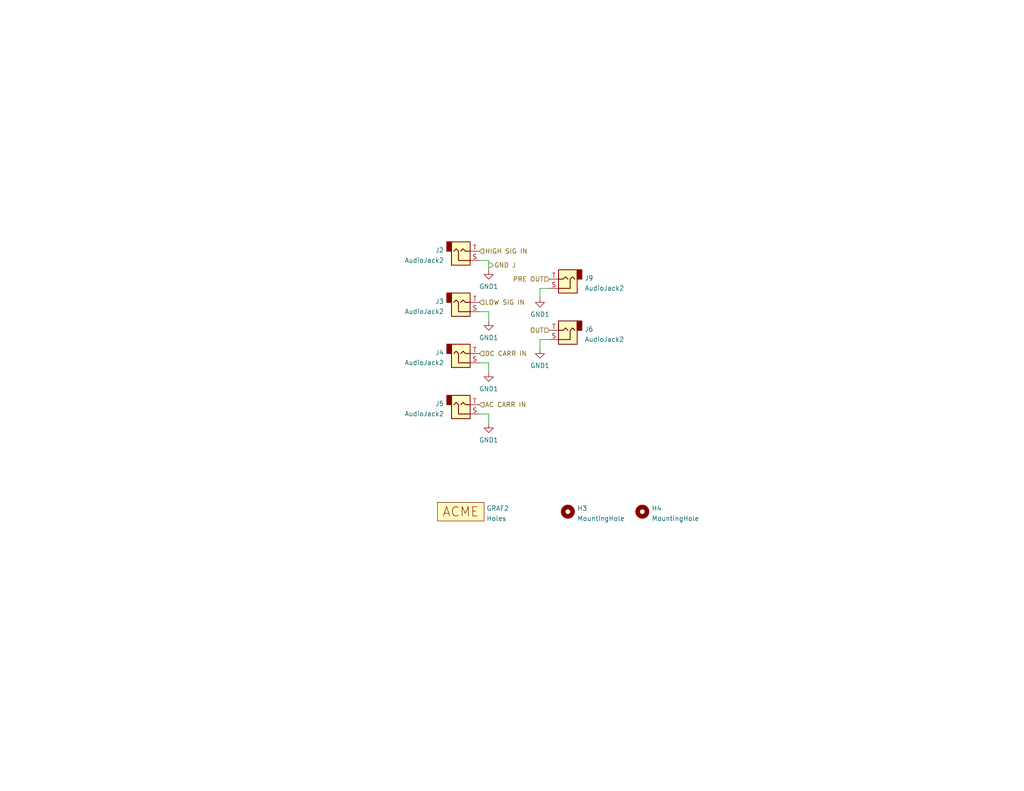
<source format=kicad_sch>
(kicad_sch (version 20210621) (generator eeschema)
  (paper "USLetter")
  (title_block (title "Active Real Ring Modulator") (date "2021-11-20") (company "Rich Holmes / Analog Output") (comment 1 "or neighboring rights to this work. Published from United States.") (comment 2 "To the extent possible under law, Richard Holmes has waived all copyright and related ") (comment 3 "Circuit design by Ken Stone."))
  (lib_symbols
    (symbol "Connector:AudioJack2"
      (property "Reference" "J" (at 0 8.89 0))
      (property "Value" "AudioJack2" (at 0 6.35 0))
      (symbol "AudioJack2_0_1"
        (rectangle (start -3.81 0) (end -2.54 -2.54) (stroke (width 0.254)) (fill (type outline)))
        (rectangle (start -2.54 3.81) (end 2.54 -2.54) (stroke (width 0.254)) (fill (type background)))
        (polyline (pts (xy 0 0) (xy 0.635 -0.635) (xy 1.27 0) (xy 2.54 0)) (stroke (width 0.254)))
        (polyline (pts (xy 2.54 2.54) (xy -0.635 2.54) (xy -0.635 0) (xy -1.27 -0.635) (xy -1.905 0)) (stroke (width 0.254)))
      )
      (symbol "AudioJack2_1_1"
        (pin passive line (at 5.08 2.54 180) (length 2.54) (name "~") (number "S"))
        (pin passive line (at 5.08 0 180) (length 2.54) (name "~") (number "T"))
      )
    )
    (symbol "ao_symbols:Graphic" (pin_names (offset 1.016))
      (property "Reference" "GRAF" (at 0 -3.81 0))
      (property "Value" "Graphic" (at 0 3.81 0))
      (symbol "Graphic_0_0"
        (rectangle (start -6.35 2.54) (end 6.35 -2.54) (fill (type background)))
        (text "ACME" (at 0 0 0) (effects (font (size 2.54 2.54))))
      )
    )
    (symbol "ao_symbols:MountingHole" (pin_names (offset 1.016))
      (property "Reference" "H" (at 0 5.08 0))
      (property "Value" "MountingHole" (at 0 3.175 0))
      (symbol "MountingHole_0_1"
        (circle (center 0 0) (radius 1.27) (stroke (width 1.27)))
      )
    )
    (symbol "power:GND1" (power) (pin_names (offset 0))
      (property "Value" "GND1" (at 0 -3.81 0))
      (symbol "GND1_0_1"
        (polyline (pts (xy 0 0) (xy 0 -1.27) (xy 1.27 -1.27) (xy 0 -2.54) (xy -1.27 -1.27) (xy 0 -1.27)))
      )
      (symbol "GND1_1_1"
        (pin power_in line (at 0 0 270) (length 0) hide (name "GND1") (number "1"))
      )
    )
  )
  (wire (pts (xy 147.32 78.74) (xy 147.32 81.28)))
  (wire (pts (xy 130.81 85.09) (xy 133.35 85.09)))
  (wire (pts (xy 133.35 113.03) (xy 133.35 115.57)))
  (wire (pts (xy 133.35 99.06) (xy 133.35 101.6)))
  (wire (pts (xy 130.81 99.06) (xy 133.35 99.06)))
  (wire (pts (xy 133.35 71.12) (xy 133.35 73.66)))
  (wire (pts (xy 149.86 78.74) (xy 147.32 78.74)))
  (wire (pts (xy 133.35 85.09) (xy 133.35 87.63)))
  (wire (pts (xy 130.81 113.03) (xy 133.35 113.03)))
  (wire (pts (xy 147.32 92.71) (xy 147.32 95.25)))
  (wire (pts (xy 130.81 71.12) (xy 133.35 71.12)))
  (wire (pts (xy 149.86 92.71) (xy 147.32 92.71)))
  (hierarchical_label "HIGH SIG IN" (shape input) (at 130.81 68.58 0))
  (hierarchical_label "LOW SIG IN" (shape input) (at 130.81 82.55 0))
  (hierarchical_label "GND J" (shape output) (at 133.35 72.39 0))
  (hierarchical_label "AC CARR IN" (shape input) (at 130.81 110.49 0))
  (hierarchical_label "PRE OUT" (shape input) (at 149.86 76.2 180))
  (hierarchical_label "DC CARR IN" (shape input) (at 130.81 96.52 0))
  (hierarchical_label "OUT" (shape input) (at 149.86 90.17 180))
  (symbol (lib_id "power:GND1") (at 147.32 95.25 0) (unit 1)
    (property "Reference" "#PWR0104" (effects hide))
    (property "Value" "GND1" (at 147.32 99.8125 0))
  )
  (symbol (lib_id "power:GND1") (at 147.32 81.28 0) (unit 1)
    (property "Reference" "#PWR040" (effects hide))
    (property "Value" "GND1" (at 147.32 85.8425 0))
  )
  (symbol (lib_id "Connector:AudioJack2") (at 125.73 96.52 0) (mirror x) (unit 1)
    (property "Reference" "J4" (at 121.1581 96.2465 0) (effects (justify right)))
    (property "Value" "AudioJack2" (at 121.1581 99.0216 0) (effects (justify right)))
    (property "Footprint" "ao_tht:Jack_6.35mm_PJ_629HAN_slots" (effects hide))
  )
  (symbol (lib_id "ao_symbols:MountingHole") (at 154.94 139.7 0) (unit 1)
    (property "Reference" "H3" (at 157.48 138.7915 0) (effects (justify left)))
    (property "Value" "MountingHole" (at 157.48 141.5666 0) (effects (justify left)))
    (property "Footprint" "ao_tht:MountingHole_3.2mm_M3" (effects hide))
    (property "Config" "DNF" (effects hide))
  )
  (symbol (lib_id "Connector:AudioJack2") (at 154.94 90.17 180) (unit 1)
    (property "Reference" "J6" (at 159.5119 89.8965 0) (effects (justify right)))
    (property "Value" "AudioJack2" (at 159.5119 92.6716 0) (effects (justify right)))
    (property "Footprint" "ao_tht:Jack_6.35mm_PJ_629HAN_slots" (effects hide))
  )
  (symbol (lib_id "power:GND1") (at 133.35 101.6 0) (unit 1)
    (property "Reference" "#PWR0102" (effects hide))
    (property "Value" "GND1" (at 133.35 106.1625 0))
  )
  (symbol (lib_id "Connector:AudioJack2") (at 125.73 82.55 0) (mirror x) (unit 1)
    (property "Reference" "J3" (at 121.1581 82.2765 0) (effects (justify right)))
    (property "Value" "AudioJack2" (at 121.1581 85.0516 0) (effects (justify right)))
    (property "Footprint" "ao_tht:Jack_6.35mm_PJ_629HAN_slots" (effects hide))
  )
  (symbol (lib_id "power:GND1") (at 133.35 87.63 0) (unit 1)
    (property "Reference" "#PWR0105" (effects hide))
    (property "Value" "GND1" (at 133.35 92.1925 0))
  )
  (symbol (lib_id "ao_symbols:Graphic") (at 125.73 139.7 0) (unit 1)
    (property "Reference" "GRAF2" (at 132.715 138.7915 0) (effects (justify left)))
    (property "Value" "Holes" (at 132.715 141.5666 0) (effects (justify left)))
    (property "Footprint" "ringmod_panel:ringmod_panel_holes" (effects hide))
    (property "Config" "DNF" (effects hide))
  )
  (symbol (lib_id "power:GND1") (at 133.35 73.66 0) (unit 1)
    (property "Reference" "#PWR0101" (effects hide))
    (property "Value" "GND1" (at 133.35 78.2225 0))
  )
  (symbol (lib_id "power:GND1") (at 133.35 115.57 0) (unit 1)
    (property "Reference" "#PWR0103" (effects hide))
    (property "Value" "GND1" (at 133.35 120.1325 0))
  )
  (symbol (lib_id "Connector:AudioJack2") (at 125.73 68.58 0) (mirror x) (unit 1)
    (property "Reference" "J2" (at 121.1581 68.3065 0) (effects (justify right)))
    (property "Value" "AudioJack2" (at 121.1581 71.0816 0) (effects (justify right)))
    (property "Footprint" "ao_tht:Jack_6.35mm_PJ_629HAN_slots" (effects hide))
  )
  (symbol (lib_id "ao_symbols:MountingHole") (at 175.26 139.7 0) (unit 1)
    (property "Reference" "H4" (at 177.8 138.7915 0) (effects (justify left)))
    (property "Value" "MountingHole" (at 177.8 141.5666 0) (effects (justify left)))
    (property "Footprint" "ao_tht:MountingHole_3.2mm_M3" (effects hide))
    (property "Config" "DNF" (effects hide))
  )
  (symbol (lib_id "Connector:AudioJack2") (at 125.73 110.49 0) (mirror x) (unit 1)
    (property "Reference" "J5" (at 121.1581 110.2165 0) (effects (justify right)))
    (property "Value" "AudioJack2" (at 121.1581 112.9916 0) (effects (justify right)))
    (property "Footprint" "ao_tht:Jack_6.35mm_PJ_629HAN_slots" (effects hide))
  )
  (symbol (lib_id "Connector:AudioJack2") (at 154.94 76.2 180) (unit 1)
    (property "Reference" "J9" (at 159.5119 75.9265 0) (effects (justify right)))
    (property "Value" "AudioJack2" (at 159.5119 78.7016 0) (effects (justify right)))
    (property "Footprint" "ao_tht:Jack_6.35mm_PJ_629HAN_slots" (effects hide))
  )
)
</source>
